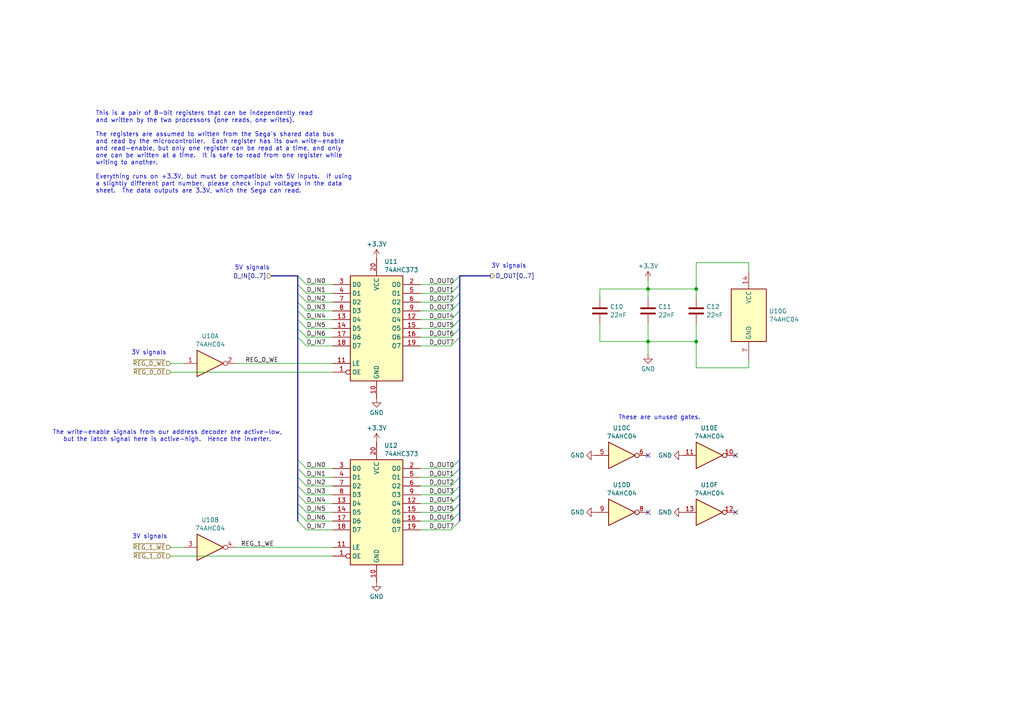
<source format=kicad_sch>
(kicad_sch (version 20250114) (generator "eeschema") (generator_version "9.0")
  (paper "A4")
  (title_block (title "Kinetoscope Register File connected to buses"))
  (lib_symbols
    (symbol "74xx:74AHC04"
      (property "Reference" "U" (at 0 1.27 0))
      (property "Value" "74AHC04" (at 0 -1.27 0))
      (symbol "74AHC04_1_0"
        (polyline (pts (xy -3.81 3.81) (xy -3.81 -3.81) (xy 3.81 0) (xy -3.81 3.81)) (stroke (width 0.254)) (fill (type background)))
        (pin input line (at -7.62 0 0) (length 3.81) (name "~") (number "1"))
        (pin output inverted (at 7.62 0 180) (length 3.81) (name "~") (number "2"))
      )
      (symbol "74AHC04_2_0"
        (polyline (pts (xy -3.81 3.81) (xy -3.81 -3.81) (xy 3.81 0) (xy -3.81 3.81)) (stroke (width 0.254)) (fill (type background)))
        (pin input line (at -7.62 0 0) (length 3.81) (name "~") (number "3"))
        (pin output inverted (at 7.62 0 180) (length 3.81) (name "~") (number "4"))
      )
      (symbol "74AHC04_3_0"
        (polyline (pts (xy -3.81 3.81) (xy -3.81 -3.81) (xy 3.81 0) (xy -3.81 3.81)) (stroke (width 0.254)) (fill (type background)))
        (pin input line (at -7.62 0 0) (length 3.81) (name "~") (number "5"))
        (pin output inverted (at 7.62 0 180) (length 3.81) (name "~") (number "6"))
      )
      (symbol "74AHC04_4_0"
        (polyline (pts (xy -3.81 3.81) (xy -3.81 -3.81) (xy 3.81 0) (xy -3.81 3.81)) (stroke (width 0.254)) (fill (type background)))
        (pin input line (at -7.62 0 0) (length 3.81) (name "~") (number "9"))
        (pin output inverted (at 7.62 0 180) (length 3.81) (name "~") (number "8"))
      )
      (symbol "74AHC04_5_0"
        (polyline (pts (xy -3.81 3.81) (xy -3.81 -3.81) (xy 3.81 0) (xy -3.81 3.81)) (stroke (width 0.254)) (fill (type background)))
        (pin input line (at -7.62 0 0) (length 3.81) (name "~") (number "11"))
        (pin output inverted (at 7.62 0 180) (length 3.81) (name "~") (number "10"))
      )
      (symbol "74AHC04_6_0"
        (polyline (pts (xy -3.81 3.81) (xy -3.81 -3.81) (xy 3.81 0) (xy -3.81 3.81)) (stroke (width 0.254)) (fill (type background)))
        (pin input line (at -7.62 0 0) (length 3.81) (name "~") (number "13"))
        (pin output inverted (at 7.62 0 180) (length 3.81) (name "~") (number "12"))
      )
      (symbol "74AHC04_7_0"
        (pin power_in line (at 0 12.7 270) (length 5.08) (name "VCC") (number "14"))
        (pin power_in line (at 0 -12.7 90) (length 5.08) (name "GND") (number "7"))
      )
      (symbol "74AHC04_7_1"
        (rectangle (start -5.08 7.62) (end 5.08 -7.62) (stroke (width 0.254)) (fill (type background)))
      )
    )
    (symbol "74xx:74LS373"
      (property "Reference" "U" (at -7.62 16.51 0))
      (property "Value" "74LS373" (at -7.62 -16.51 0))
      (symbol "74LS373_1_0"
        (pin input line (at -12.7 12.7 0) (length 5.08) (name "D0") (number "3"))
        (pin input line (at -12.7 10.16 0) (length 5.08) (name "D1") (number "4"))
        (pin input line (at -12.7 7.62 0) (length 5.08) (name "D2") (number "7"))
        (pin input line (at -12.7 5.08 0) (length 5.08) (name "D3") (number "8"))
        (pin input line (at -12.7 2.54 0) (length 5.08) (name "D4") (number "13"))
        (pin input line (at -12.7 0 0) (length 5.08) (name "D5") (number "14"))
        (pin input line (at -12.7 -2.54 0) (length 5.08) (name "D6") (number "17"))
        (pin input line (at -12.7 -5.08 0) (length 5.08) (name "D7") (number "18"))
        (pin input line (at -12.7 -10.16 0) (length 5.08) (name "LE") (number "11"))
        (pin input inverted (at -12.7 -12.7 0) (length 5.08) (name "OE") (number "1"))
        (pin power_in line (at 0 20.32 270) (length 5.08) (name "VCC") (number "20"))
        (pin power_in line (at 0 -20.32 90) (length 5.08) (name "GND") (number "10"))
        (pin tri_state line (at 12.7 12.7 180) (length 5.08) (name "O0") (number "2"))
        (pin tri_state line (at 12.7 10.16 180) (length 5.08) (name "O1") (number "5"))
        (pin tri_state line (at 12.7 7.62 180) (length 5.08) (name "O2") (number "6"))
        (pin tri_state line (at 12.7 5.08 180) (length 5.08) (name "O3") (number "9"))
        (pin tri_state line (at 12.7 2.54 180) (length 5.08) (name "O4") (number "12"))
        (pin tri_state line (at 12.7 0 180) (length 5.08) (name "O5") (number "15"))
        (pin tri_state line (at 12.7 -2.54 180) (length 5.08) (name "O6") (number "16"))
        (pin tri_state line (at 12.7 -5.08 180) (length 5.08) (name "O7") (number "19"))
      )
      (symbol "74LS373_1_1"
        (rectangle (start -7.62 15.24) (end 7.62 -15.24) (stroke (width 0.254)) (fill (type background)))
      )
    )
    (symbol "Device:C" (pin_numbers (hide yes)) (pin_names (offset 0.254))
      (property "Reference" "C" (at 0.635 2.54 0))
      (property "Value" "C" (at 0.635 -2.54 0))
      (symbol "C_0_1"
        (polyline (pts (xy -2.032 0.762) (xy 2.032 0.762)) (stroke (width 0.508)))
        (polyline (pts (xy -2.032 -0.762) (xy 2.032 -0.762)) (stroke (width 0.508)))
      )
      (symbol "C_1_1"
        (pin passive line (at 0 3.81 270) (length 2.794) (name "~") (number "1"))
        (pin passive line (at 0 -3.81 90) (length 2.794) (name "~") (number "2"))
      )
    )
    (symbol "power:+3.3V" (power) (pin_numbers (hide yes)) (pin_names (offset 0) (hide yes))
      (property "Value" "+3.3V" (at 0 3.556 0))
      (symbol "+3.3V_0_1"
        (polyline (pts (xy -0.762 1.27) (xy 0 2.54)))
        (polyline (pts (xy 0 2.54) (xy 0.762 1.27)))
        (polyline (pts (xy 0 0) (xy 0 2.54)))
      )
      (symbol "+3.3V_1_1"
        (pin power_in line (at 0 0 90) (length 0) (name "~") (number "1"))
      )
    )
    (symbol "power:GND" (power) (pin_numbers (hide yes)) (pin_names (offset 0) (hide yes))
      (property "Value" "GND" (at 0 -3.81 0))
      (symbol "GND_0_1"
        (polyline (pts (xy 0 0) (xy 0 -1.27) (xy 1.27 -1.27) (xy 0 -2.54) (xy -1.27 -1.27) (xy 0 -1.27)))
      )
      (symbol "GND_1_1"
        (pin power_in line (at 0 0 270) (length 0) (name "~") (number "1"))
      )
    )
  )
  (text "This is a pair of 8-bit registers that can be independently read\nand written by the two processors (one reads, one writes).\n\nThe registers are assumed to written from the Sega's shared data bus\nand read by the microcontroller.  Each register has its own write-enable\nand read-enable, but only one register can be read at a time, and only\none can be written at a time.  It is safe to read from one register while\nwriting to another.\n\nEverything runs on +3.3V, but must be compatible with 5V inputs.  If using\na slightly different part number, please check input voltages in the data\nsheet.  The data outputs are 3.3V, which the Sega can read." (at 27.686 44.196 0) (effects (font (size 1.27 1.27)) (justify left)))
  (text "3V signals" (at 43.434 155.702 0) (effects (font (size 1.27 1.27))))
  (text "These are unused gates." (at 191.262 121.158 0) (effects (font (size 1.27 1.27))))
  (text "3V signals" (at 43.18 102.362 0) (effects (font (size 1.27 1.27))))
  (text "The write-enable signals from our address decoder are active-low,\nbut the latch signal here is active-high.  Hence the inverter." (at 48.514 126.492 0) (effects (font (size 1.27 1.27))))
  (text "3V signals" (at 147.574 77.216 0) (effects (font (size 1.27 1.27))))
  (text "5V signals" (at 73.152 77.724 0) (effects (font (size 1.27 1.27))))
  (junction (at 201.93 83.82))
  (junction (at 187.96 83.82))
  (junction (at 201.93 99.06))
  (junction (at 187.96 99.06))
  (no_connect (at 187.96 132.08))
  (no_connect (at 187.96 148.59))
  (no_connect (at 213.36 132.08))
  (no_connect (at 213.36 148.59))
  (bus_entry (at 86.36 82.55) (size 2.54 2.54))
  (bus_entry (at 133.35 133.35) (size -2.54 2.54))
  (bus_entry (at 133.35 146.05) (size -2.54 2.54))
  (bus_entry (at 86.36 146.05) (size 2.54 2.54))
  (bus_entry (at 86.36 140.97) (size 2.54 2.54))
  (bus_entry (at 86.36 80.01) (size 2.54 2.54))
  (bus_entry (at 133.35 97.79) (size -2.54 2.54))
  (bus_entry (at 86.36 151.13) (size 2.54 2.54))
  (bus_entry (at 86.36 135.89) (size 2.54 2.54))
  (bus_entry (at 86.36 133.35) (size 2.54 2.54))
  (bus_entry (at 133.35 143.51) (size -2.54 2.54))
  (bus_entry (at 133.35 148.59) (size -2.54 2.54))
  (bus_entry (at 133.35 90.17) (size -2.54 2.54))
  (bus_entry (at 133.35 80.01) (size -2.54 2.54))
  (bus_entry (at 133.35 82.55) (size -2.54 2.54))
  (bus_entry (at 133.35 95.25) (size -2.54 2.54))
  (bus_entry (at 133.35 151.13) (size -2.54 2.54))
  (bus_entry (at 86.36 95.25) (size 2.54 2.54))
  (bus_entry (at 86.36 138.43) (size 2.54 2.54))
  (bus_entry (at 133.35 85.09) (size -2.54 2.54))
  (bus_entry (at 86.36 148.59) (size 2.54 2.54))
  (bus_entry (at 86.36 92.71) (size 2.54 2.54))
  (bus_entry (at 133.35 138.43) (size -2.54 2.54))
  (bus_entry (at 86.36 143.51) (size 2.54 2.54))
  (bus_entry (at 86.36 97.79) (size 2.54 2.54))
  (bus_entry (at 86.36 87.63) (size 2.54 2.54))
  (bus_entry (at 133.35 135.89) (size -2.54 2.54))
  (bus_entry (at 133.35 140.97) (size -2.54 2.54))
  (bus_entry (at 86.36 90.17) (size 2.54 2.54))
  (bus_entry (at 133.35 87.63) (size -2.54 2.54))
  (bus_entry (at 133.35 92.71) (size -2.54 2.54))
  (bus_entry (at 86.36 85.09) (size 2.54 2.54))
  (wire (pts (xy 217.17 106.68) (xy 217.17 104.14)))
  (wire (pts (xy 121.92 143.51) (xy 130.81 143.51)))
  (wire (pts (xy 121.92 135.89) (xy 130.81 135.89)))
  (wire (pts (xy 201.93 99.06) (xy 201.93 93.98)))
  (bus (pts (xy 133.35 143.51) (xy 133.35 146.05)))
  (wire (pts (xy 49.53 158.75) (xy 53.34 158.75)))
  (wire (pts (xy 88.9 143.51) (xy 96.52 143.51)))
  (wire (pts (xy 201.93 76.2) (xy 217.17 76.2)))
  (wire (pts (xy 88.9 82.55) (xy 96.52 82.55)))
  (wire (pts (xy 187.96 83.82) (xy 201.93 83.82)))
  (wire (pts (xy 173.99 83.82) (xy 173.99 86.36)))
  (wire (pts (xy 201.93 99.06) (xy 201.93 106.68)))
  (wire (pts (xy 88.9 140.97) (xy 96.52 140.97)))
  (wire (pts (xy 121.92 140.97) (xy 130.81 140.97)))
  (bus (pts (xy 133.35 97.79) (xy 133.35 133.35)))
  (bus (pts (xy 86.36 92.71) (xy 86.36 95.25)))
  (wire (pts (xy 88.9 135.89) (xy 96.52 135.89)))
  (wire (pts (xy 121.92 92.71) (xy 130.81 92.71)))
  (bus (pts (xy 86.36 95.25) (xy 86.36 97.79)))
  (wire (pts (xy 121.92 148.59) (xy 130.81 148.59)))
  (bus (pts (xy 86.36 146.05) (xy 86.36 148.59)))
  (bus (pts (xy 86.36 97.79) (xy 86.36 133.35)))
  (wire (pts (xy 88.9 85.09) (xy 96.52 85.09)))
  (wire (pts (xy 88.9 153.67) (xy 96.52 153.67)))
  (wire (pts (xy 49.53 105.41) (xy 53.34 105.41)))
  (wire (pts (xy 217.17 76.2) (xy 217.17 78.74)))
  (wire (pts (xy 88.9 90.17) (xy 96.52 90.17)))
  (wire (pts (xy 187.96 99.06) (xy 187.96 102.87)))
  (wire (pts (xy 121.92 100.33) (xy 130.81 100.33)))
  (wire (pts (xy 173.99 99.06) (xy 187.96 99.06)))
  (wire (pts (xy 173.99 93.98) (xy 173.99 99.06)))
  (bus (pts (xy 86.36 87.63) (xy 86.36 90.17)))
  (bus (pts (xy 133.35 92.71) (xy 133.35 95.25)))
  (wire (pts (xy 88.9 146.05) (xy 96.52 146.05)))
  (wire (pts (xy 121.92 95.25) (xy 130.81 95.25)))
  (bus (pts (xy 86.36 138.43) (xy 86.36 140.97)))
  (wire (pts (xy 121.92 146.05) (xy 130.81 146.05)))
  (wire (pts (xy 121.92 153.67) (xy 130.81 153.67)))
  (bus (pts (xy 86.36 143.51) (xy 86.36 146.05)))
  (wire (pts (xy 88.9 95.25) (xy 96.52 95.25)))
  (wire (pts (xy 187.96 83.82) (xy 187.96 86.36)))
  (bus (pts (xy 86.36 82.55) (xy 86.36 85.09)))
  (wire (pts (xy 121.92 85.09) (xy 130.81 85.09)))
  (wire (pts (xy 88.9 151.13) (xy 96.52 151.13)))
  (bus (pts (xy 86.36 80.01) (xy 86.36 82.55)))
  (wire (pts (xy 173.99 83.82) (xy 187.96 83.82)))
  (bus (pts (xy 133.35 87.63) (xy 133.35 90.17)))
  (wire (pts (xy 68.58 158.75) (xy 96.52 158.75)))
  (bus (pts (xy 133.35 80.01) (xy 133.35 82.55)))
  (bus (pts (xy 86.36 148.59) (xy 86.36 151.13)))
  (wire (pts (xy 121.92 87.63) (xy 130.81 87.63)))
  (bus (pts (xy 86.36 90.17) (xy 86.36 92.71)))
  (bus (pts (xy 78.74 80.01) (xy 86.36 80.01)))
  (wire (pts (xy 68.58 105.41) (xy 96.52 105.41)))
  (bus (pts (xy 133.35 85.09) (xy 133.35 87.63)))
  (wire (pts (xy 88.9 100.33) (xy 96.52 100.33)))
  (wire (pts (xy 88.9 97.79) (xy 96.52 97.79)))
  (wire (pts (xy 88.9 92.71) (xy 96.52 92.71)))
  (wire (pts (xy 121.92 97.79) (xy 130.81 97.79)))
  (bus (pts (xy 133.35 133.35) (xy 133.35 135.89)))
  (bus (pts (xy 86.36 135.89) (xy 86.36 138.43)))
  (wire (pts (xy 88.9 138.43) (xy 96.52 138.43)))
  (bus (pts (xy 133.35 146.05) (xy 133.35 148.59)))
  (wire (pts (xy 88.9 148.59) (xy 96.52 148.59)))
  (wire (pts (xy 187.96 99.06) (xy 187.96 93.98)))
  (wire (pts (xy 201.93 83.82) (xy 201.93 86.36)))
  (wire (pts (xy 121.92 138.43) (xy 130.81 138.43)))
  (wire (pts (xy 121.92 151.13) (xy 130.81 151.13)))
  (bus (pts (xy 133.35 140.97) (xy 133.35 143.51)))
  (wire (pts (xy 49.53 161.29) (xy 96.52 161.29)))
  (wire (pts (xy 201.93 83.82) (xy 201.93 76.2)))
  (wire (pts (xy 49.53 107.95) (xy 96.52 107.95)))
  (bus (pts (xy 133.35 90.17) (xy 133.35 92.71)))
  (wire (pts (xy 187.96 81.28) (xy 187.96 83.82)))
  (bus (pts (xy 86.36 85.09) (xy 86.36 87.63)))
  (bus (pts (xy 86.36 140.97) (xy 86.36 143.51)))
  (wire (pts (xy 201.93 106.68) (xy 217.17 106.68)))
  (wire (pts (xy 187.96 99.06) (xy 201.93 99.06)))
  (bus (pts (xy 133.35 82.55) (xy 133.35 85.09)))
  (bus (pts (xy 142.24 80.01) (xy 133.35 80.01)))
  (wire (pts (xy 121.92 82.55) (xy 130.81 82.55)))
  (bus (pts (xy 133.35 138.43) (xy 133.35 140.97)))
  (bus (pts (xy 133.35 135.89) (xy 133.35 138.43)))
  (wire (pts (xy 121.92 90.17) (xy 130.81 90.17)))
  (bus (pts (xy 86.36 133.35) (xy 86.36 135.89)))
  (bus (pts (xy 133.35 95.25) (xy 133.35 97.79)))
  (wire (pts (xy 88.9 87.63) (xy 96.52 87.63)))
  (bus (pts (xy 133.35 148.59) (xy 133.35 151.13)))
  (label "D_IN5" (at 88.9 148.59 0))
  (label "D_OUT2" (at 124.46 87.63 0))
  (label "D_OUT7" (at 124.46 153.67 0))
  (label "D_IN7" (at 88.9 100.33 0))
  (label "D_IN2" (at 88.9 140.97 0))
  (label "D_OUT5" (at 124.46 95.25 0))
  (label "D_IN6" (at 88.9 97.79 0))
  (label "D_OUT3" (at 124.46 143.51 0))
  (label "D_IN3" (at 88.9 143.51 0))
  (label "D_OUT4" (at 124.46 92.71 0))
  (label "D_IN0" (at 88.9 82.55 0))
  (label "D_OUT1" (at 124.46 138.43 0))
  (label "D_IN2" (at 88.9 87.63 0))
  (label "D_IN4" (at 88.9 92.71 0))
  (label "D_OUT6" (at 124.46 151.13 0))
  (label "D_IN1" (at 88.9 138.43 0))
  (label "D_OUT0" (at 124.46 82.55 0))
  (label "D_IN1" (at 88.9 85.09 0))
  (label "D_IN3" (at 88.9 90.17 0))
  (label "D_IN6" (at 88.9 151.13 0))
  (label "REG_0_WE" (at 71.12 105.41 0))
  (label "D_OUT3" (at 124.46 90.17 0))
  (label "D_IN0" (at 88.9 135.89 0))
  (label "D_OUT7" (at 124.46 100.33 0))
  (label "D_OUT6" (at 124.46 97.79 0))
  (label "D_OUT2" (at 124.46 140.97 0))
  (label "REG_1_WE" (at 69.85 158.75 0))
  (label "D_OUT4" (at 124.46 146.05 0))
  (label "D_OUT5" (at 124.46 148.59 0))
  (label "D_OUT1" (at 124.46 85.09 0))
  (label "D_IN4" (at 88.9 146.05 0))
  (label "D_IN5" (at 88.9 95.25 0))
  (label "D_IN7" (at 88.9 153.67 0))
  (label "D_OUT0" (at 124.46 135.89 0))
  (hierarchical_label "D_OUT[0..7]" (shape output) (at 142.24 80.01 0))
  (hierarchical_label "~{REG_0_WE}" (shape input) (at 49.53 105.41 180))
  (hierarchical_label "~{REG_0_OE}" (shape input) (at 49.53 107.95 180))
  (hierarchical_label "~{REG_1_OE}" (shape input) (at 49.53 161.29 180))
  (hierarchical_label "~{REG_1_WE}" (shape input) (at 49.53 158.75 180))
  (hierarchical_label "D_IN[0..7]" (shape input) (at 78.74 80.01 180))
  (symbol (lib_id "power:+3.3V") (at 109.22 128.27 0) (unit 1)
    (property "Reference" "#PWR019" (effects (hide yes)))
    (property "Value" "+3.3V" (at 109.22 124.1369 0))
    (property "Description" "Power symbol creates a global label with name \"+3.3V\"" (effects (hide yes)))
  )
  (symbol (lib_id "power:GND") (at 198.12 148.59 270) (unit 1)
    (property "Reference" "#PWR026" (effects (hide yes)))
    (property "Value" "GND" (at 194.9451 148.59 90) (effects (justify right)))
    (property "Description" "Power symbol creates a global label with name \"GND\" , ground" (effects (hide yes)))
  )
  (symbol (lib_id "power:GND") (at 198.12 132.08 270) (unit 1)
    (property "Reference" "#PWR025" (effects (hide yes)))
    (property "Value" "GND" (at 194.9451 132.08 90) (effects (justify right)))
    (property "Description" "Power symbol creates a global label with name \"GND\" , ground" (effects (hide yes)))
  )
  (symbol (lib_id "74xx:74LS373") (at 109.22 148.59 0) (unit 1)
    (property "Reference" "U12" (at 111.4141 129.2055 0) (effects (justify left)))
    (property "Value" "74AHC373" (at 111.4141 131.6298 0) (effects (justify left)))
    (property "Footprint" "Package_SO:TSSOP-20_4.4x6.5mm_P0.65mm" (effects (hide yes)))
    (property "Datasheet" "https://www.ti.com/lit/gpn/sn74ahc373" (effects (hide yes)))
    (property "Description" "8-bit Latch, 3-state outputs" (effects (hide yes)))
    (property "JLCPCB Part Number" "C80242" (effects (hide yes)))
    (property "Mouser Part Number" "595-SN74AHC373PWR" (effects (hide yes)))
    (property "Part Number" "SN74AHC373PWR" (effects (hide yes)))
  )
  (symbol (lib_id "power:GND") (at 109.22 168.91 0) (unit 1)
    (property "Reference" "#PWR020" (effects (hide yes)))
    (property "Value" "GND" (at 109.22 173.0431 0))
    (property "Description" "Power symbol creates a global label with name \"GND\" , ground" (effects (hide yes)))
  )
  (symbol (lib_id "74xx:74AHC04") (at 205.74 148.59 0) (unit 6)
    (property "Reference" "U10" (at 205.74 140.6355 0))
    (property "Value" "74AHC04" (at 205.74 143.0598 0))
    (property "Footprint" "Package_SO:TSSOP-14_4.4x5mm_P0.65mm" (effects (hide yes)))
    (property "Datasheet" "https://www.ti.com/lit/gpn/sn74ahc04" (effects (hide yes)))
    (property "Description" "Hex Inverter" (effects (hide yes)))
    (property "JLCPCB Part Number" "C415550" (effects (hide yes)))
    (property "Mouser Part Number" "595-SN74AHC04PWR" (effects (hide yes)))
    (property "Part Number" "SN74AHC04PWR" (effects (hide yes)))
  )
  (symbol (lib_id "74xx:74AHC04") (at 180.34 148.59 0) (unit 4)
    (property "Reference" "U10" (at 180.34 140.6355 0))
    (property "Value" "74AHC04" (at 180.34 143.0598 0))
    (property "Footprint" "Package_SO:TSSOP-14_4.4x5mm_P0.65mm" (effects (hide yes)))
    (property "Datasheet" "https://www.ti.com/lit/gpn/sn74ahc04" (effects (hide yes)))
    (property "Description" "Hex Inverter" (effects (hide yes)))
    (property "JLCPCB Part Number" "C415550" (effects (hide yes)))
    (property "Mouser Part Number" "595-SN74AHC04PWR" (effects (hide yes)))
    (property "Part Number" "SN74AHC04PWR" (effects (hide yes)))
  )
  (symbol (lib_id "power:GND") (at 187.96 102.87 0) (unit 1)
    (property "Reference" "#PWR024" (effects (hide yes)))
    (property "Value" "GND" (at 187.96 107.0031 0))
    (property "Description" "Power symbol creates a global label with name \"GND\" , ground" (effects (hide yes)))
  )
  (symbol (lib_id "Device:C") (at 201.93 90.17 0) (unit 1)
    (property "Reference" "C12" (at 204.851 88.9578 0) (effects (justify left)))
    (property "Value" "22nF" (at 204.851 91.3821 0) (effects (justify left)))
    (property "Footprint" "Capacitor_SMD:C_0603_1608Metric" (effects (hide yes)))
    (property "Datasheet" "https://www.mouser.com/datasheet/2/585/MLCC-1837944.pdf" (effects (hide yes)))
    (property "Description" "Unpolarized capacitor" (effects (hide yes)))
    (property "Mouser Part Number" "187-CL10B223KB8NNNC" (effects (hide yes)))
    (property "Part Number" "CL10B223KB8NNNC" (effects (hide yes)))
    (property "JLCPCB Part Number" "C21122" (effects (hide yes)))
  )
  (symbol (lib_id "74xx:74AHC04") (at 217.17 91.44 0) (unit 7)
    (property "Reference" "U10" (at 223.012 90.2278 0) (effects (justify left)))
    (property "Value" "74AHC04" (at 223.012 92.6521 0) (effects (justify left)))
    (property "Footprint" "Package_SO:TSSOP-14_4.4x5mm_P0.65mm" (effects (hide yes)))
    (property "Datasheet" "https://www.ti.com/lit/gpn/sn74ahc04" (effects (hide yes)))
    (property "Description" "Hex Inverter" (effects (hide yes)))
    (property "JLCPCB Part Number" "C415550" (effects (hide yes)))
    (property "Mouser Part Number" "595-SN74AHC04PWR" (effects (hide yes)))
    (property "Part Number" "SN74AHC04PWR" (effects (hide yes)))
  )
  (symbol (lib_id "74xx:74AHC04") (at 60.96 158.75 0) (unit 2)
    (property "Reference" "U10" (at 60.96 150.7955 0))
    (property "Value" "74AHC04" (at 60.96 153.2198 0))
    (property "Footprint" "Package_SO:TSSOP-14_4.4x5mm_P0.65mm" (effects (hide yes)))
    (property "Datasheet" "https://www.ti.com/lit/gpn/sn74ahc04" (effects (hide yes)))
    (property "Description" "Hex Inverter" (effects (hide yes)))
    (property "JLCPCB Part Number" "C415550" (effects (hide yes)))
    (property "Mouser Part Number" "595-SN74AHC04PWR" (effects (hide yes)))
    (property "Part Number" "SN74AHC04PWR" (effects (hide yes)))
  )
  (symbol (lib_id "74xx:74AHC04") (at 60.96 105.41 0) (unit 1)
    (property "Reference" "U10" (at 60.96 97.4555 0))
    (property "Value" "74AHC04" (at 60.96 99.8798 0))
    (property "Footprint" "Package_SO:TSSOP-14_4.4x5mm_P0.65mm" (effects (hide yes)))
    (property "Datasheet" "https://www.ti.com/lit/gpn/sn74ahc04" (effects (hide yes)))
    (property "Description" "Hex Inverter" (effects (hide yes)))
    (property "JLCPCB Part Number" "C415550" (effects (hide yes)))
    (property "Mouser Part Number" "595-SN74AHC04PWR" (effects (hide yes)))
    (property "Part Number" "SN74AHC04PWR" (effects (hide yes)))
  )
  (symbol (lib_id "Device:C") (at 187.96 90.17 0) (unit 1)
    (property "Reference" "C11" (at 190.881 88.9578 0) (effects (justify left)))
    (property "Value" "22nF" (at 190.881 91.3821 0) (effects (justify left)))
    (property "Footprint" "Capacitor_SMD:C_0603_1608Metric" (effects (hide yes)))
    (property "Datasheet" "https://www.mouser.com/datasheet/2/585/MLCC-1837944.pdf" (effects (hide yes)))
    (property "Description" "Unpolarized capacitor" (effects (hide yes)))
    (property "Mouser Part Number" "187-CL10B223KB8NNNC" (effects (hide yes)))
    (property "Part Number" "CL10B223KB8NNNC" (effects (hide yes)))
    (property "JLCPCB Part Number" "C21122" (effects (hide yes)))
  )
  (symbol (lib_id "power:+3.3V") (at 187.96 81.28 0) (unit 1)
    (property "Reference" "#PWR023" (effects (hide yes)))
    (property "Value" "+3.3V" (at 187.96 77.1469 0))
    (property "Description" "Power symbol creates a global label with name \"+3.3V\"" (effects (hide yes)))
  )
  (symbol (lib_id "74xx:74AHC04") (at 205.74 132.08 0) (unit 5)
    (property "Reference" "U10" (at 205.74 124.1255 0))
    (property "Value" "74AHC04" (at 205.74 126.5498 0))
    (property "Footprint" "Package_SO:TSSOP-14_4.4x5mm_P0.65mm" (effects (hide yes)))
    (property "Datasheet" "https://www.ti.com/lit/gpn/sn74ahc04" (effects (hide yes)))
    (property "Description" "Hex Inverter" (effects (hide yes)))
    (property "JLCPCB Part Number" "C415550" (effects (hide yes)))
    (property "Mouser Part Number" "595-SN74AHC04PWR" (effects (hide yes)))
    (property "Part Number" "SN74AHC04PWR" (effects (hide yes)))
  )
  (symbol (lib_id "74xx:74LS373") (at 109.22 95.25 0) (unit 1)
    (property "Reference" "U11" (at 111.4141 75.8655 0) (effects (justify left)))
    (property "Value" "74AHC373" (at 111.4141 78.2898 0) (effects (justify left)))
    (property "Footprint" "Package_SO:TSSOP-20_4.4x6.5mm_P0.65mm" (effects (hide yes)))
    (property "Datasheet" "https://www.ti.com/lit/gpn/sn74ahc373" (effects (hide yes)))
    (property "Description" "8-bit Latch, 3-state outputs" (effects (hide yes)))
    (property "JLCPCB Part Number" "C80242" (effects (hide yes)))
    (property "Mouser Part Number" "595-SN74AHC373PWR" (effects (hide yes)))
    (property "Part Number" "SN74AHC373PWR" (effects (hide yes)))
  )
  (symbol (lib_id "power:GND") (at 172.72 132.08 270) (unit 1)
    (property "Reference" "#PWR021" (effects (hide yes)))
    (property "Value" "GND" (at 169.5451 132.08 90) (effects (justify right)))
    (property "Description" "Power symbol creates a global label with name \"GND\" , ground" (effects (hide yes)))
  )
  (symbol (lib_id "Device:C") (at 173.99 90.17 0) (unit 1)
    (property "Reference" "C10" (at 176.911 88.9578 0) (effects (justify left)))
    (property "Value" "22nF" (at 176.911 91.3821 0) (effects (justify left)))
    (property "Footprint" "Capacitor_SMD:C_0603_1608Metric" (effects (hide yes)))
    (property "Datasheet" "https://www.mouser.com/datasheet/2/585/MLCC-1837944.pdf" (effects (hide yes)))
    (property "Description" "Unpolarized capacitor" (effects (hide yes)))
    (property "Mouser Part Number" "187-CL10B223KB8NNNC" (effects (hide yes)))
    (property "Part Number" "CL10B223KB8NNNC" (effects (hide yes)))
    (property "JLCPCB Part Number" "C21122" (effects (hide yes)))
  )
  (symbol (lib_id "power:+3.3V") (at 109.22 74.93 0) (unit 1)
    (property "Reference" "#PWR017" (effects (hide yes)))
    (property "Value" "+3.3V" (at 109.22 70.7969 0))
    (property "Description" "Power symbol creates a global label with name \"+3.3V\"" (effects (hide yes)))
  )
  (symbol (lib_id "power:GND") (at 172.72 148.59 270) (unit 1)
    (property "Reference" "#PWR022" (effects (hide yes)))
    (property "Value" "GND" (at 169.5451 148.59 90) (effects (justify right)))
    (property "Description" "Power symbol creates a global label with name \"GND\" , ground" (effects (hide yes)))
  )
  (symbol (lib_id "power:GND") (at 109.22 115.57 0) (unit 1)
    (property "Reference" "#PWR018" (effects (hide yes)))
    (property "Value" "GND" (at 109.22 119.7031 0))
    (property "Description" "Power symbol creates a global label with name \"GND\" , ground" (effects (hide yes)))
  )
  (symbol (lib_id "74xx:74AHC04") (at 180.34 132.08 0) (unit 3)
    (property "Reference" "U10" (at 180.34 124.1255 0))
    (property "Value" "74AHC04" (at 180.34 126.5498 0))
    (property "Footprint" "Package_SO:TSSOP-14_4.4x5mm_P0.65mm" (effects (hide yes)))
    (property "Datasheet" "https://www.ti.com/lit/gpn/sn74ahc04" (effects (hide yes)))
    (property "Description" "Hex Inverter" (effects (hide yes)))
    (property "JLCPCB Part Number" "C415550" (effects (hide yes)))
    (property "Mouser Part Number" "595-SN74AHC04PWR" (effects (hide yes)))
    (property "Part Number" "SN74AHC04PWR" (effects (hide yes)))
  )
)
</source>
